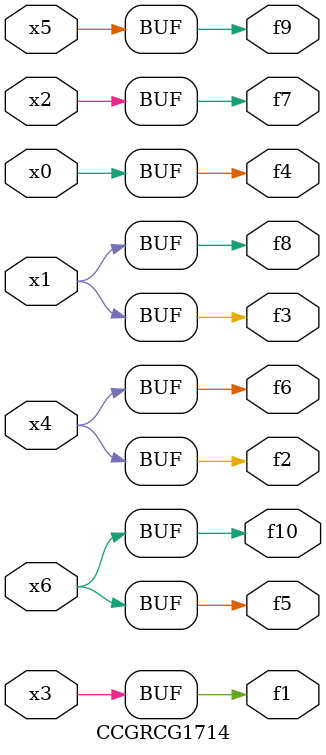
<source format=v>
module CCGRCG1714(
	input x0, x1, x2, x3, x4, x5, x6,
	output f1, f2, f3, f4, f5, f6, f7, f8, f9, f10
);
	assign f1 = x3;
	assign f2 = x4;
	assign f3 = x1;
	assign f4 = x0;
	assign f5 = x6;
	assign f6 = x4;
	assign f7 = x2;
	assign f8 = x1;
	assign f9 = x5;
	assign f10 = x6;
endmodule

</source>
